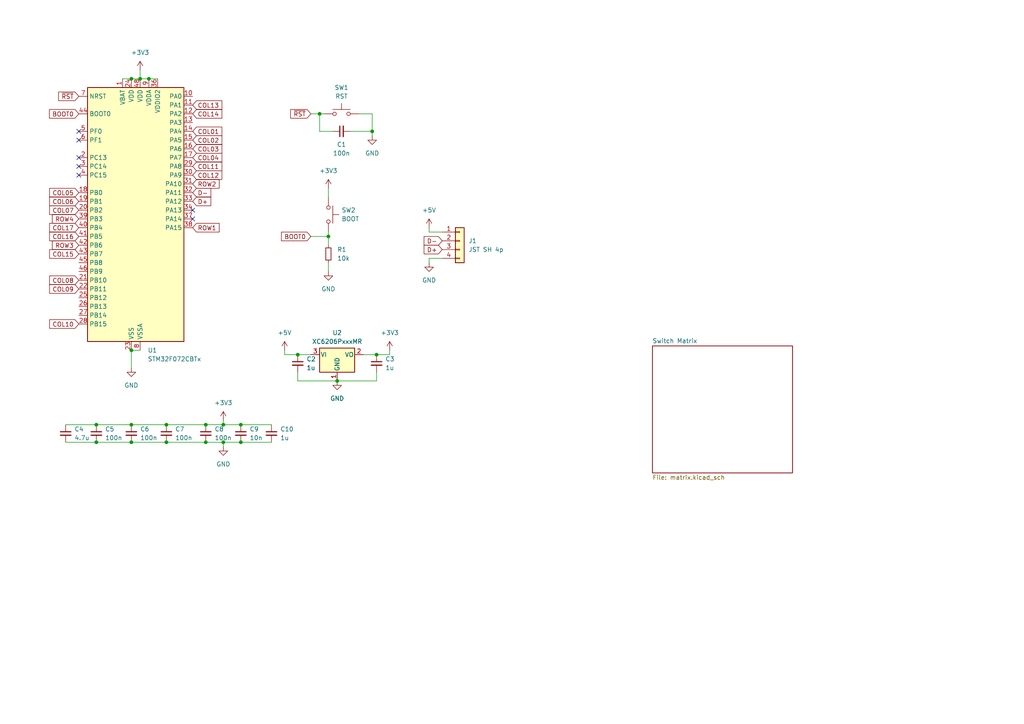
<source format=kicad_sch>
(kicad_sch (version 20230121) (generator eeschema)
  (paper "A4")
  (lib_symbols
    (symbol "Connector_Generic:Conn_01x04" (pin_names (offset 1.016) hide)
      (property "Reference" "J" (at 0 5.08 0))
      (property "Value" "Conn_01x04" (at 0 -7.62 0))
      (symbol "Conn_01x04_1_1"
        (rectangle (start -1.27 -4.953) (end 0 -5.207) (stroke (width 0.1524)))
        (rectangle (start -1.27 -2.413) (end 0 -2.667) (stroke (width 0.1524)))
        (rectangle (start -1.27 0.127) (end 0 -0.127) (stroke (width 0.1524)))
        (rectangle (start -1.27 2.667) (end 0 2.413) (stroke (width 0.1524)))
        (rectangle (start -1.27 3.81) (end 1.27 -6.35) (stroke (width 0.254)) (fill (type background)))
        (pin passive line (at -5.08 2.54 0) (length 3.81) (name "Pin_1") (number "1"))
        (pin passive line (at -5.08 0 0) (length 3.81) (name "Pin_2") (number "2"))
        (pin passive line (at -5.08 -2.54 0) (length 3.81) (name "Pin_3") (number "3"))
        (pin passive line (at -5.08 -5.08 0) (length 3.81) (name "Pin_4") (number "4"))
      )
    )
    (symbol "Device:C_Small" (pin_numbers hide) (pin_names (offset 0.254) hide)
      (property "Reference" "C" (at 0.254 1.778 0))
      (property "Value" "C_Small" (at 0.254 -2.032 0))
      (symbol "C_Small_0_1"
        (polyline (pts (xy -1.524 -0.508) (xy 1.524 -0.508)) (stroke (width 0.3302)))
        (polyline (pts (xy -1.524 0.508) (xy 1.524 0.508)) (stroke (width 0.3048)))
      )
      (symbol "C_Small_1_1"
        (pin passive line (at 0 2.54 270) (length 2.032) (name "~") (number "1"))
        (pin passive line (at 0 -2.54 90) (length 2.032) (name "~") (number "2"))
      )
    )
    (symbol "Device:R_Small" (pin_numbers hide) (pin_names (offset 0.254) hide)
      (property "Reference" "R" (at 0.762 0.508 0))
      (property "Value" "R_Small" (at 0.762 -1.016 0))
      (symbol "R_Small_0_1"
        (rectangle (start -0.762 1.778) (end 0.762 -1.778) (stroke (width 0.2032)))
      )
      (symbol "R_Small_1_1"
        (pin passive line (at 0 2.54 270) (length 0.762) (name "~") (number "1"))
        (pin passive line (at 0 -2.54 90) (length 0.762) (name "~") (number "2"))
      )
    )
    (symbol "MCU_ST_STM32F0:STM32F072CBTx"
      (property "Reference" "U" (at -12.7 39.37 0))
      (property "Value" "STM32F072CBTx" (at 10.16 39.37 0))
      (symbol "STM32F072CBTx_0_1"
        (rectangle (start -12.7 -35.56) (end 15.24 38.1) (stroke (width 0.254)) (fill (type background)))
      )
      (symbol "STM32F072CBTx_1_1"
        (pin power_in line (at -2.54 40.64 270) (length 2.54) (name "VBAT") (number "1"))
        (pin bidirectional line (at 17.78 35.56 180) (length 2.54) (name "PA0") (number "10"))
        (pin bidirectional line (at 17.78 33.02 180) (length 2.54) (name "PA1") (number "11"))
        (pin bidirectional line (at 17.78 30.48 180) (length 2.54) (name "PA2") (number "12"))
        (pin bidirectional line (at 17.78 27.94 180) (length 2.54) (name "PA3") (number "13"))
        (pin bidirectional line (at 17.78 25.4 180) (length 2.54) (name "PA4") (number "14"))
        (pin bidirectional line (at 17.78 22.86 180) (length 2.54) (name "PA5") (number "15"))
        (pin bidirectional line (at 17.78 20.32 180) (length 2.54) (name "PA6") (number "16"))
        (pin bidirectional line (at 17.78 17.78 180) (length 2.54) (name "PA7") (number "17"))
        (pin bidirectional line (at -15.24 7.62 0) (length 2.54) (name "PB0") (number "18"))
        (pin bidirectional line (at -15.24 5.08 0) (length 2.54) (name "PB1") (number "19"))
        (pin bidirectional line (at -15.24 17.78 0) (length 2.54) (name "PC13") (number "2"))
        (pin bidirectional line (at -15.24 2.54 0) (length 2.54) (name "PB2") (number "20"))
        (pin bidirectional line (at -15.24 -17.78 0) (length 2.54) (name "PB10") (number "21"))
        (pin bidirectional line (at -15.24 -20.32 0) (length 2.54) (name "PB11") (number "22"))
        (pin power_in line (at 0 -38.1 90) (length 2.54) (name "VSS") (number "23"))
        (pin power_in line (at 0 40.64 270) (length 2.54) (name "VDD") (number "24"))
        (pin bidirectional line (at -15.24 -22.86 0) (length 2.54) (name "PB12") (number "25"))
        (pin bidirectional line (at -15.24 -25.4 0) (length 2.54) (name "PB13") (number "26"))
        (pin bidirectional line (at -15.24 -27.94 0) (length 2.54) (name "PB14") (number "27"))
        (pin bidirectional line (at -15.24 -30.48 0) (length 2.54) (name "PB15") (number "28"))
        (pin bidirectional line (at 17.78 15.24 180) (length 2.54) (name "PA8") (number "29"))
        (pin bidirectional line (at -15.24 15.24 0) (length 2.54) (name "PC14") (number "3"))
        (pin bidirectional line (at 17.78 12.7 180) (length 2.54) (name "PA9") (number "30"))
        (pin bidirectional line (at 17.78 10.16 180) (length 2.54) (name "PA10") (number "31"))
        (pin bidirectional line (at 17.78 7.62 180) (length 2.54) (name "PA11") (number "32"))
        (pin bidirectional line (at 17.78 5.08 180) (length 2.54) (name "PA12") (number "33"))
        (pin bidirectional line (at 17.78 2.54 180) (length 2.54) (name "PA13") (number "34"))
        (pin passive line (at 0 -38.1 90) (length 2.54) hide (name "VSS") (number "35"))
        (pin power_in line (at 7.62 40.64 270) (length 2.54) (name "VDDIO2") (number "36"))
        (pin bidirectional line (at 17.78 0 180) (length 2.54) (name "PA14") (number "37"))
        (pin bidirectional line (at 17.78 -2.54 180) (length 2.54) (name "PA15") (number "38"))
        (pin bidirectional line (at -15.24 0 0) (length 2.54) (name "PB3") (number "39"))
        (pin bidirectional line (at -15.24 12.7 0) (length 2.54) (name "PC15") (number "4"))
        (pin bidirectional line (at -15.24 -2.54 0) (length 2.54) (name "PB4") (number "40"))
        (pin bidirectional line (at -15.24 -5.08 0) (length 2.54) (name "PB5") (number "41"))
        (pin bidirectional line (at -15.24 -7.62 0) (length 2.54) (name "PB6") (number "42"))
        (pin bidirectional line (at -15.24 -10.16 0) (length 2.54) (name "PB7") (number "43"))
        (pin input line (at -15.24 30.48 0) (length 2.54) (name "BOOT0") (number "44"))
        (pin bidirectional line (at -15.24 -12.7 0) (length 2.54) (name "PB8") (number "45"))
        (pin bidirectional line (at -15.24 -15.24 0) (length 2.54) (name "PB9") (number "46"))
        (pin passive line (at 0 -38.1 90) (length 2.54) hide (name "VSS") (number "47"))
        (pin power_in line (at 2.54 40.64 270) (length 2.54) (name "VDD") (number "48"))
        (pin bidirectional line (at -15.24 25.4 0) (length 2.54) (name "PF0") (number "5"))
        (pin bidirectional line (at -15.24 22.86 0) (length 2.54) (name "PF1") (number "6"))
        (pin input line (at -15.24 35.56 0) (length 2.54) (name "NRST") (number "7"))
        (pin power_in line (at 2.54 -38.1 90) (length 2.54) (name "VSSA") (number "8"))
        (pin power_in line (at 5.08 40.64 270) (length 2.54) (name "VDDA") (number "9"))
      )
    )
    (symbol "Regulator_Linear:XC6206PxxxMR" (pin_names (offset 0.254))
      (property "Reference" "U" (at -3.81 3.175 0))
      (property "Value" "XC6206PxxxMR" (at 0 3.175 0))
      (symbol "XC6206PxxxMR_0_1"
        (rectangle (start -5.08 1.905) (end 5.08 -5.08) (stroke (width 0.254)) (fill (type background)))
      )
      (symbol "XC6206PxxxMR_1_1"
        (pin power_in line (at 0 -7.62 90) (length 2.54) (name "GND") (number "1"))
        (pin power_out line (at 7.62 0 180) (length 2.54) (name "VO") (number "2"))
        (pin power_in line (at -7.62 0 0) (length 2.54) (name "VI") (number "3"))
      )
    )
    (symbol "Switch:SW_Push" (pin_numbers hide) (pin_names (offset 1.016) hide)
      (property "Reference" "SW" (at 1.27 2.54 0))
      (property "Value" "SW_Push" (at 0 -1.524 0))
      (symbol "SW_Push_0_1"
        (circle (center -2.032 0) (radius 0.508))
        (polyline (pts (xy 0 1.27) (xy 0 3.048)))
        (polyline (pts (xy 2.54 1.27) (xy -2.54 1.27)))
        (circle (center 2.032 0) (radius 0.508))
        (pin passive line (at -5.08 0 0) (length 2.54) (name "1") (number "1"))
        (pin passive line (at 5.08 0 180) (length 2.54) (name "2") (number "2"))
      )
    )
    (symbol "power:+3V3" (power) (pin_names (offset 0))
      (property "Value" "+3V3" (at 0 3.556 0))
      (symbol "+3V3_0_1"
        (polyline (pts (xy -0.762 1.27) (xy 0 2.54)))
        (polyline (pts (xy 0 0) (xy 0 2.54)))
        (polyline (pts (xy 0 2.54) (xy 0.762 1.27)))
      )
      (symbol "+3V3_1_1"
        (pin power_in line (at 0 0 90) (length 0) hide (name "+3V3") (number "1"))
      )
    )
    (symbol "power:+5V" (power) (pin_names (offset 0))
      (property "Value" "+5V" (at 0 3.556 0))
      (symbol "+5V_0_1"
        (polyline (pts (xy -0.762 1.27) (xy 0 2.54)))
        (polyline (pts (xy 0 0) (xy 0 2.54)))
        (polyline (pts (xy 0 2.54) (xy 0.762 1.27)))
      )
      (symbol "+5V_1_1"
        (pin power_in line (at 0 0 90) (length 0) hide (name "+5V") (number "1"))
      )
    )
    (symbol "power:GND" (power) (pin_names (offset 0))
      (property "Value" "GND" (at 0 -3.81 0))
      (symbol "GND_0_1"
        (polyline (pts (xy 0 0) (xy 0 -1.27) (xy 1.27 -1.27) (xy 0 -2.54) (xy -1.27 -1.27) (xy 0 -1.27)))
      )
      (symbol "GND_1_1"
        (pin power_in line (at 0 0 270) (length 0) hide (name "GND") (number "1"))
      )
    )
  )
  (junction (at 109.22 102.87))
  (junction (at 95.25 68.58))
  (junction (at 92.71 33.02))
  (junction (at 64.77 123.19))
  (junction (at 38.1 128.27))
  (junction (at 69.85 128.27))
  (junction (at 27.94 128.27))
  (junction (at 59.69 123.19))
  (junction (at 40.64 22.86))
  (junction (at 38.1 101.6))
  (junction (at 38.1 123.19))
  (junction (at 64.77 128.27))
  (junction (at 48.26 128.27))
  (junction (at 38.1 22.86))
  (junction (at 107.95 38.1))
  (junction (at 59.69 128.27))
  (junction (at 43.18 22.86))
  (junction (at 97.79 110.49))
  (junction (at 86.36 102.87))
  (junction (at 48.26 123.19))
  (junction (at 27.94 123.19))
  (junction (at 69.85 123.19))
  (no_connect (at 55.88 60.96))
  (no_connect (at 22.86 45.72))
  (no_connect (at 22.86 40.64))
  (no_connect (at 22.86 48.26))
  (no_connect (at 22.86 50.8))
  (no_connect (at 22.86 38.1))
  (no_connect (at 55.88 63.5))
  (wire (pts (xy 38.1 101.6) (xy 40.64 101.6)))
  (wire (pts (xy 128.27 74.93) (xy 124.46 74.93)))
  (wire (pts (xy 113.03 102.87) (xy 109.22 102.87)))
  (wire (pts (xy 43.18 22.86) (xy 45.72 22.86)))
  (wire (pts (xy 69.85 123.19) (xy 78.74 123.19)))
  (wire (pts (xy 69.85 128.27) (xy 78.74 128.27)))
  (wire (pts (xy 40.64 20.32) (xy 40.64 22.86)))
  (wire (pts (xy 109.22 110.49) (xy 97.79 110.49)))
  (wire (pts (xy 19.05 123.19) (xy 27.94 123.19)))
  (wire (pts (xy 40.64 22.86) (xy 43.18 22.86)))
  (wire (pts (xy 113.03 101.6) (xy 113.03 102.87)))
  (wire (pts (xy 38.1 123.19) (xy 48.26 123.19)))
  (wire (pts (xy 27.94 128.27) (xy 38.1 128.27)))
  (wire (pts (xy 59.69 123.19) (xy 64.77 123.19)))
  (wire (pts (xy 59.69 128.27) (xy 64.77 128.27)))
  (wire (pts (xy 101.6 38.1) (xy 107.95 38.1)))
  (wire (pts (xy 38.1 101.6) (xy 38.1 106.68)))
  (wire (pts (xy 86.36 102.87) (xy 90.17 102.87)))
  (wire (pts (xy 95.25 76.2) (xy 95.25 78.74)))
  (wire (pts (xy 48.26 128.27) (xy 59.69 128.27)))
  (wire (pts (xy 124.46 74.93) (xy 124.46 76.2)))
  (wire (pts (xy 107.95 39.37) (xy 107.95 38.1)))
  (wire (pts (xy 19.05 128.27) (xy 27.94 128.27)))
  (wire (pts (xy 64.77 121.92) (xy 64.77 123.19)))
  (wire (pts (xy 64.77 128.27) (xy 69.85 128.27)))
  (wire (pts (xy 86.36 110.49) (xy 97.79 110.49)))
  (wire (pts (xy 90.17 33.02) (xy 92.71 33.02)))
  (wire (pts (xy 86.36 107.95) (xy 86.36 110.49)))
  (wire (pts (xy 128.27 67.31) (xy 124.46 67.31)))
  (wire (pts (xy 38.1 128.27) (xy 48.26 128.27)))
  (wire (pts (xy 124.46 67.31) (xy 124.46 66.04)))
  (wire (pts (xy 107.95 33.02) (xy 104.14 33.02)))
  (wire (pts (xy 105.41 102.87) (xy 109.22 102.87)))
  (wire (pts (xy 107.95 38.1) (xy 107.95 33.02)))
  (wire (pts (xy 35.56 22.86) (xy 38.1 22.86)))
  (wire (pts (xy 95.25 54.61) (xy 95.25 57.15)))
  (wire (pts (xy 90.17 68.58) (xy 95.25 68.58)))
  (wire (pts (xy 64.77 123.19) (xy 69.85 123.19)))
  (wire (pts (xy 82.55 102.87) (xy 86.36 102.87)))
  (wire (pts (xy 27.94 123.19) (xy 38.1 123.19)))
  (wire (pts (xy 109.22 107.95) (xy 109.22 110.49)))
  (wire (pts (xy 92.71 33.02) (xy 93.98 33.02)))
  (wire (pts (xy 92.71 38.1) (xy 92.71 33.02)))
  (wire (pts (xy 48.26 123.19) (xy 59.69 123.19)))
  (wire (pts (xy 38.1 22.86) (xy 40.64 22.86)))
  (wire (pts (xy 64.77 128.27) (xy 64.77 129.54)))
  (wire (pts (xy 95.25 68.58) (xy 95.25 71.12)))
  (wire (pts (xy 95.25 68.58) (xy 95.25 67.31)))
  (wire (pts (xy 96.52 38.1) (xy 92.71 38.1)))
  (wire (pts (xy 82.55 101.6) (xy 82.55 102.87)))
  (global_label "COL02" (shape input) (at 55.88 40.64 0) (property "Intersheetrefs" "${INTERSHEET_REFS}" (effects hide)))
  (global_label "BOOT0" (shape input) (at 22.86 33.02 180) (property "Intersheetrefs" "${INTERSHEET_REFS}" (effects hide)))
  (global_label "D+" (shape input) (at 128.27 72.39 180) (property "Intersheetrefs" "${INTERSHEET_REFS}" (effects hide)))
  (global_label "COL01" (shape input) (at 55.88 38.1 0) (property "Intersheetrefs" "${INTERSHEET_REFS}" (effects hide)))
  (global_label "ROW1" (shape input) (at 55.88 66.04 0) (property "Intersheetrefs" "${INTERSHEET_REFS}" (effects hide)))
  (global_label "BOOT0" (shape input) (at 90.17 68.58 180) (property "Intersheetrefs" "${INTERSHEET_REFS}" (effects hide)))
  (global_label "COL14" (shape input) (at 55.88 33.02 0) (property "Intersheetrefs" "${INTERSHEET_REFS}" (effects hide)))
  (global_label "COL07" (shape input) (at 22.86 60.96 180) (property "Intersheetrefs" "${INTERSHEET_REFS}" (effects hide)))
  (global_label "COL13" (shape input) (at 55.88 30.48 0) (property "Intersheetrefs" "${INTERSHEET_REFS}" (effects hide)))
  (global_label "COL08" (shape input) (at 22.86 81.28 180) (property "Intersheetrefs" "${INTERSHEET_REFS}" (effects hide)))
  (global_label "COL17" (shape input) (at 22.86 66.04 180) (property "Intersheetrefs" "${INTERSHEET_REFS}" (effects hide)))
  (global_label "COL06" (shape input) (at 22.86 58.42 180) (property "Intersheetrefs" "${INTERSHEET_REFS}" (effects hide)))
  (global_label "COL09" (shape input) (at 22.86 83.82 180) (property "Intersheetrefs" "${INTERSHEET_REFS}" (effects hide)))
  (global_label "ROW4" (shape input) (at 22.86 63.5 180) (property "Intersheetrefs" "${INTERSHEET_REFS}" (effects hide)))
  (global_label "COL15" (shape input) (at 22.86 73.66 180) (property "Intersheetrefs" "${INTERSHEET_REFS}" (effects hide)))
  (global_label "COL05" (shape input) (at 22.86 55.88 180) (property "Intersheetrefs" "${INTERSHEET_REFS}" (effects hide)))
  (global_label "ROW3" (shape input) (at 22.86 71.12 180) (property "Intersheetrefs" "${INTERSHEET_REFS}" (effects hide)))
  (global_label "D-" (shape input) (at 55.88 55.88 0) (property "Intersheetrefs" "${INTERSHEET_REFS}" (effects hide)))
  (global_label "D+" (shape input) (at 55.88 58.42 0) (property "Intersheetrefs" "${INTERSHEET_REFS}" (effects hide)))
  (global_label "COL10" (shape input) (at 22.86 93.98 180) (property "Intersheetrefs" "${INTERSHEET_REFS}" (effects hide)))
  (global_label "D-" (shape input) (at 128.27 69.85 180) (property "Intersheetrefs" "${INTERSHEET_REFS}" (effects hide)))
  (global_label "COL11" (shape input) (at 55.88 48.26 0) (property "Intersheetrefs" "${INTERSHEET_REFS}" (effects hide)))
  (global_label "COL04" (shape input) (at 55.88 45.72 0) (property "Intersheetrefs" "${INTERSHEET_REFS}" (effects hide)))
  (global_label "~{RST}" (shape input) (at 90.17 33.02 180) (property "Intersheetrefs" "${INTERSHEET_REFS}" (effects hide)))
  (global_label "~{RST}" (shape input) (at 22.86 27.94 180) (property "Intersheetrefs" "${INTERSHEET_REFS}" (effects hide)))
  (global_label "COL03" (shape input) (at 55.88 43.18 0) (property "Intersheetrefs" "${INTERSHEET_REFS}" (effects hide)))
  (global_label "COL12" (shape input) (at 55.88 50.8 0) (property "Intersheetrefs" "${INTERSHEET_REFS}" (effects hide)))
  (global_label "ROW2" (shape input) (at 55.88 53.34 0) (property "Intersheetrefs" "${INTERSHEET_REFS}" (effects hide)))
  (global_label "COL16" (shape input) (at 22.86 68.58 180) (property "Intersheetrefs" "${INTERSHEET_REFS}" (effects hide)))
  (symbol (lib_id "Switch:SW_Push") (at 99.06 33.02 0) (unit 1)
    (property "Reference" "SW1" (at 99.06 25.4 0))
    (property "Value" "RST" (at 99.06 27.94 0))
    (property "Footprint" "Button_Switch_SMD:SW_SPST_TL3342" (effects hide))
  )
  (symbol (lib_id "Device:C_Small") (at 19.05 125.73 0) (unit 1)
    (property "Reference" "C4" (at 21.59 124.4663 0) (effects (justify left)))
    (property "Value" "4.7u" (at 21.59 127.0063 0) (effects (justify left)))
    (property "Footprint" "Capacitor_SMD:C_0402_1005Metric" (effects hide))
  )
  (symbol (lib_id "power:+3V3") (at 113.03 101.6 0) (unit 1)
    (property "Reference" "#PWR08" (effects hide))
    (property "Value" "+3V3" (at 113.03 96.52 0))
  )
  (symbol (lib_id "MCU_ST_STM32F0:STM32F072CBTx") (at 38.1 63.5 0) (unit 1)
    (property "Reference" "U1" (at 42.8341 101.6 0) (effects (justify left)))
    (property "Value" "STM32F072CBTx" (at 42.8341 104.14 0) (effects (justify left)))
    (property "Footprint" "Package_QFP:LQFP-48_7x7mm_P0.5mm" (effects hide))
    (property "Datasheet" "https://www.st.com/resource/en/datasheet/stm32f072cb.pdf" (effects hide))
  )
  (symbol (lib_id "power:GND") (at 95.25 78.74 0) (unit 1)
    (property "Reference" "#PWR06" (effects hide))
    (property "Value" "GND" (at 95.25 83.82 0))
  )
  (symbol (lib_id "power:GND") (at 64.77 129.54 0) (unit 1)
    (property "Reference" "#PWR012" (effects hide))
    (property "Value" "GND" (at 64.77 134.62 0))
  )
  (symbol (lib_id "Device:C_Small") (at 59.69 125.73 0) (unit 1)
    (property "Reference" "C8" (at 62.23 124.4663 0) (effects (justify left)))
    (property "Value" "100n" (at 62.23 127.0063 0) (effects (justify left)))
    (property "Footprint" "Capacitor_SMD:C_0402_1005Metric" (effects hide))
  )
  (symbol (lib_id "Regulator_Linear:XC6206PxxxMR") (at 97.79 102.87 0) (unit 1)
    (property "Reference" "U2" (at 97.79 96.52 0))
    (property "Value" "XC6206PxxxMR" (at 97.79 99.06 0))
    (property "Footprint" "Package_TO_SOT_SMD:SOT-23-3" (effects hide))
    (property "Datasheet" "https://www.torexsemi.com/file/xc6206/XC6206.pdf" (effects hide))
  )
  (symbol (lib_id "power:+3V3") (at 64.77 121.92 0) (unit 1)
    (property "Reference" "#PWR011" (effects hide))
    (property "Value" "+3V3" (at 64.77 116.84 0))
  )
  (symbol (lib_id "Device:C_Small") (at 86.36 105.41 0) (unit 1)
    (property "Reference" "C2" (at 88.9 104.1463 0) (effects (justify left)))
    (property "Value" "1u" (at 88.9 106.6863 0) (effects (justify left)))
    (property "Footprint" "Capacitor_SMD:C_0402_1005Metric" (effects hide))
  )
  (symbol (lib_id "Device:C_Small") (at 109.22 105.41 0) (unit 1)
    (property "Reference" "C3" (at 111.76 104.1463 0) (effects (justify left)))
    (property "Value" "1u" (at 111.76 106.6863 0) (effects (justify left)))
    (property "Footprint" "Capacitor_SMD:C_0402_1005Metric" (effects hide))
  )
  (symbol (lib_id "Device:R_Small") (at 95.25 73.66 0) (unit 1)
    (property "Reference" "R1" (at 97.79 72.39 0) (effects (justify left)))
    (property "Value" "10k" (at 97.79 74.93 0) (effects (justify left)))
    (property "Footprint" "Resistor_SMD:R_0603_1608Metric" (effects hide))
  )
  (symbol (lib_id "power:+5V") (at 124.46 66.04 0) (unit 1)
    (property "Reference" "#PWR04" (effects hide))
    (property "Value" "+5V" (at 124.46 60.96 0))
  )
  (symbol (lib_id "power:GND") (at 38.1 106.68 0) (unit 1)
    (property "Reference" "#PWR09" (effects hide))
    (property "Value" "GND" (at 38.1 111.76 0))
  )
  (symbol (lib_id "Device:C_Small") (at 99.06 38.1 90) (unit 1)
    (property "Reference" "C1" (at 99.06 41.91 90))
    (property "Value" "100n" (at 99.06 44.45 90))
    (property "Footprint" "Capacitor_SMD:C_0402_1005Metric" (effects hide))
  )
  (symbol (lib_id "Device:C_Small") (at 69.85 125.73 0) (unit 1)
    (property "Reference" "C9" (at 72.39 124.4663 0) (effects (justify left)))
    (property "Value" "10n" (at 72.39 127.0063 0) (effects (justify left)))
    (property "Footprint" "Capacitor_SMD:C_0402_1005Metric" (effects hide))
  )
  (symbol (lib_id "Device:C_Small") (at 38.1 125.73 0) (unit 1)
    (property "Reference" "C6" (at 40.64 124.4663 0) (effects (justify left)))
    (property "Value" "100n" (at 40.64 127.0063 0) (effects (justify left)))
    (property "Footprint" "Capacitor_SMD:C_0402_1005Metric" (effects hide))
  )
  (symbol (lib_id "power:+3V3") (at 40.64 20.32 0) (unit 1)
    (property "Reference" "#PWR01" (effects hide))
    (property "Value" "+3V3" (at 40.64 15.24 0))
  )
  (symbol (lib_id "Switch:SW_Push") (at 95.25 62.23 270) (unit 1)
    (property "Reference" "SW2" (at 99.06 60.96 90) (effects (justify left)))
    (property "Value" "BOOT" (at 99.06 63.5 90) (effects (justify left)))
    (property "Footprint" "Button_Switch_SMD:SW_SPST_TL3342" (effects hide))
  )
  (symbol (lib_id "Device:C_Small") (at 27.94 125.73 0) (unit 1)
    (property "Reference" "C5" (at 30.48 124.4663 0) (effects (justify left)))
    (property "Value" "100n" (at 30.48 127.0063 0) (effects (justify left)))
    (property "Footprint" "Capacitor_SMD:C_0402_1005Metric" (effects hide))
  )
  (symbol (lib_id "power:GND") (at 124.46 76.2 0) (unit 1)
    (property "Reference" "#PWR05" (effects hide))
    (property "Value" "GND" (at 124.46 81.28 0))
  )
  (symbol (lib_id "Connector_Generic:Conn_01x04") (at 133.35 69.85 0) (unit 1)
    (property "Reference" "J1" (at 135.89 69.85 0) (effects (justify left)))
    (property "Value" "JST SH 4p" (at 135.89 72.39 0) (effects (justify left)))
    (property "Footprint" "Connector_JST:JST_SH_SM04B-SRSS-TB_1x04-1MP_P1.00mm_Horizontal" (effects hide))
  )
  (symbol (lib_id "power:+5V") (at 82.55 101.6 0) (unit 1)
    (property "Reference" "#PWR07" (effects hide))
    (property "Value" "+5V" (at 82.55 96.52 0))
  )
  (symbol (lib_id "Device:C_Small") (at 78.74 125.73 0) (unit 1)
    (property "Reference" "C10" (at 81.28 124.4663 0) (effects (justify left)))
    (property "Value" "1u" (at 81.28 127.0063 0) (effects (justify left)))
    (property "Footprint" "Capacitor_SMD:C_0402_1005Metric" (effects hide))
  )
  (symbol (lib_id "Device:C_Small") (at 48.26 125.73 0) (unit 1)
    (property "Reference" "C7" (at 50.8 124.4663 0) (effects (justify left)))
    (property "Value" "100n" (at 50.8 127.0063 0) (effects (justify left)))
    (property "Footprint" "Capacitor_SMD:C_0402_1005Metric" (effects hide))
  )
  (symbol (lib_id "power:+3V3") (at 95.25 54.61 0) (unit 1)
    (property "Reference" "#PWR03" (effects hide))
    (property "Value" "+3V3" (at 95.25 49.53 0))
  )
  (symbol (lib_id "power:GND") (at 107.95 39.37 0) (unit 1)
    (property "Reference" "#PWR02" (effects hide))
    (property "Value" "GND" (at 107.95 44.45 0))
  )
  (symbol (lib_id "power:GND") (at 97.79 110.49 0) (unit 1)
    (property "Reference" "#PWR010" (effects hide))
    (property "Value" "GND" (at 97.79 115.57 0))
  )
  (sheet (at 189.23 100.33) (size 40.64 36.83) (stroke (width 0.1524))
    (property "Sheetname" "Switch Matrix" (at 189.23 99.6184 0) (effects (justify left bottom)))
    (property "Sheetfile" "matrix.kicad_sch" (at 189.23 137.7446 0) (effects (justify left top)))
  )
)
</source>
